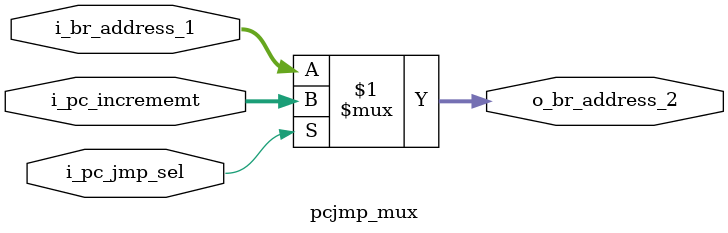
<source format=v>
module pcjmp_mux (
    input i_pc_jmp_sel,
    input [31:0] i_br_address_1, //sel true give branch address
    input [31:0] i_pc_incrememt,  //sel false give jump address
    output [31:0] o_br_address_2,
);

assign o_br_address_2 = i_pc_jmp_sel ? i_pc_incrememt : i_br_address_1;

endmodule
</source>
